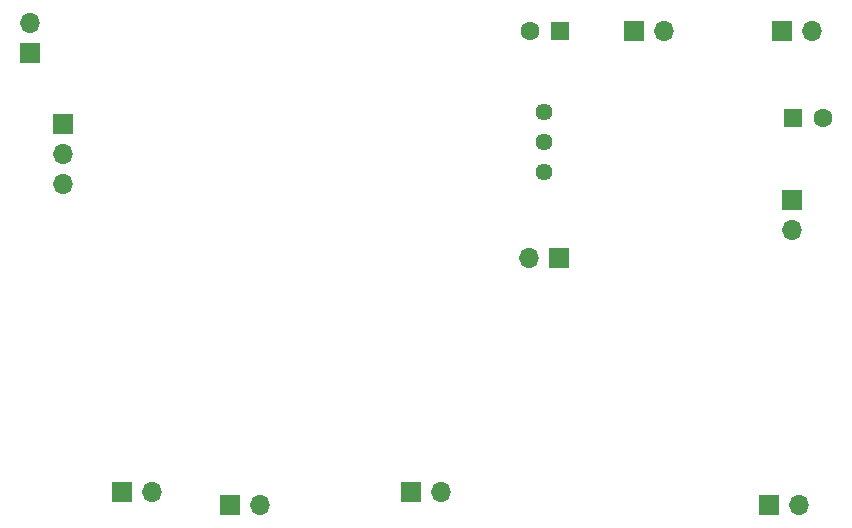
<source format=gbr>
%TF.GenerationSoftware,KiCad,Pcbnew,(6.0.10)*%
%TF.CreationDate,2023-01-04T10:23:57-08:00*%
%TF.ProjectId,audioFilters,61756469-6f46-4696-9c74-6572732e6b69,rev?*%
%TF.SameCoordinates,PX6422c40PY7459280*%
%TF.FileFunction,Soldermask,Bot*%
%TF.FilePolarity,Negative*%
%FSLAX46Y46*%
G04 Gerber Fmt 4.6, Leading zero omitted, Abs format (unit mm)*
G04 Created by KiCad (PCBNEW (6.0.10)) date 2023-01-04 10:23:57*
%MOMM*%
%LPD*%
G01*
G04 APERTURE LIST*
%ADD10R,1.700000X1.700000*%
%ADD11O,1.700000X1.700000*%
%ADD12R,1.600000X1.600000*%
%ADD13C,1.600000*%
%ADD14C,1.440000*%
G04 APERTURE END LIST*
D10*
%TO.C,J4*%
X35440000Y3340000D03*
D11*
X37980000Y3340000D03*
%TD*%
D10*
%TO.C,J8*%
X65725000Y2200000D03*
D11*
X68265000Y2200000D03*
%TD*%
D10*
%TO.C,J2*%
X5925000Y34480000D03*
D11*
X5925000Y31940000D03*
X5925000Y29400000D03*
%TD*%
D10*
%TO.C,J10*%
X20125000Y2200000D03*
D11*
X22665000Y2200000D03*
%TD*%
D10*
%TO.C,J6*%
X47925000Y23140000D03*
D11*
X45385000Y23140000D03*
%TD*%
D10*
%TO.C,J5*%
X10925000Y3340000D03*
D11*
X13465000Y3340000D03*
%TD*%
D10*
%TO.C,J9*%
X66800000Y42400000D03*
D11*
X69340000Y42400000D03*
%TD*%
D10*
%TO.C,J7*%
X3200000Y40525000D03*
D11*
X3200000Y43065000D03*
%TD*%
D12*
%TO.C,C9*%
X67794888Y35000000D03*
D13*
X70294888Y35000000D03*
%TD*%
D10*
%TO.C,J1*%
X54325000Y42340000D03*
D11*
X56865000Y42340000D03*
%TD*%
D14*
%TO.C,RV1*%
X46725000Y35490000D03*
X46725000Y32950000D03*
X46725000Y30410000D03*
%TD*%
D12*
%TO.C,C1*%
X48005112Y42400000D03*
D13*
X45505112Y42400000D03*
%TD*%
D10*
%TO.C,J3*%
X67725000Y28015000D03*
D11*
X67725000Y25475000D03*
%TD*%
M02*

</source>
